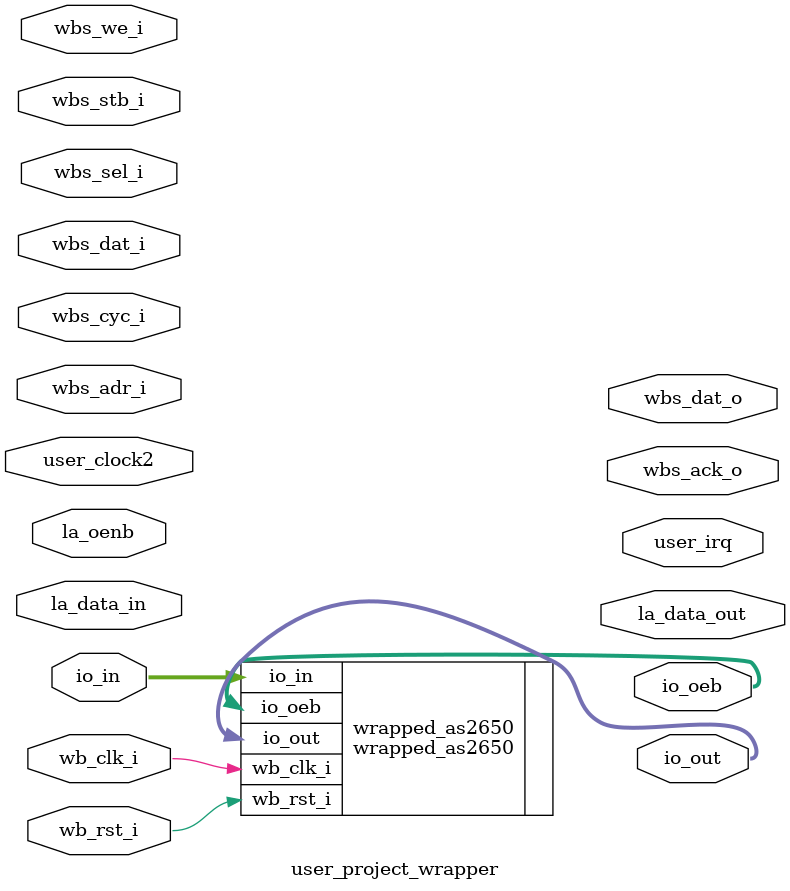
<source format=v>
module user_project_wrapper (user_clock2,
    wb_clk_i,
    wb_rst_i,
    wbs_ack_o,
    wbs_cyc_i,
    wbs_stb_i,
    wbs_we_i,
    io_in,
    io_oeb,
    io_out,
    la_data_in,
    la_data_out,
    la_oenb,
    user_irq,
    wbs_adr_i,
    wbs_dat_i,
    wbs_dat_o,
    wbs_sel_i);
 input user_clock2;
 input wb_clk_i;
 input wb_rst_i;
 output wbs_ack_o;
 input wbs_cyc_i;
 input wbs_stb_i;
 input wbs_we_i;
 input [37:0] io_in;
 output [37:0] io_oeb;
 output [37:0] io_out;
 input [63:0] la_data_in;
 output [63:0] la_data_out;
 input [63:0] la_oenb;
 output [2:0] user_irq;
 input [31:0] wbs_adr_i;
 input [31:0] wbs_dat_i;
 output [31:0] wbs_dat_o;
 input [3:0] wbs_sel_i;


 wrapped_as2650 wrapped_as2650 (.wb_clk_i(wb_clk_i),
    .wb_rst_i(wb_rst_i),
    .io_in({io_in[37],
    io_in[36],
    io_in[35],
    io_in[34],
    io_in[33],
    io_in[32],
    io_in[31],
    io_in[30],
    io_in[29],
    io_in[28],
    io_in[27],
    io_in[26],
    io_in[25],
    io_in[24],
    io_in[23],
    io_in[22],
    io_in[21],
    io_in[20],
    io_in[19],
    io_in[18],
    io_in[17],
    io_in[16],
    io_in[15],
    io_in[14],
    io_in[13],
    io_in[12],
    io_in[11],
    io_in[10],
    io_in[9],
    io_in[8],
    io_in[7],
    io_in[6],
    io_in[5],
    io_in[4],
    io_in[3],
    io_in[2],
    io_in[1],
    io_in[0]}),
    .io_oeb({io_oeb[37],
    io_oeb[36],
    io_oeb[35],
    io_oeb[34],
    io_oeb[33],
    io_oeb[32],
    io_oeb[31],
    io_oeb[30],
    io_oeb[29],
    io_oeb[28],
    io_oeb[27],
    io_oeb[26],
    io_oeb[25],
    io_oeb[24],
    io_oeb[23],
    io_oeb[22],
    io_oeb[21],
    io_oeb[20],
    io_oeb[19],
    io_oeb[18],
    io_oeb[17],
    io_oeb[16],
    io_oeb[15],
    io_oeb[14],
    io_oeb[13],
    io_oeb[12],
    io_oeb[11],
    io_oeb[10],
    io_oeb[9],
    io_oeb[8],
    io_oeb[7],
    io_oeb[6],
    io_oeb[5],
    io_oeb[4],
    io_oeb[3],
    io_oeb[2],
    io_oeb[1],
    io_oeb[0]}),
    .io_out({io_out[37],
    io_out[36],
    io_out[35],
    io_out[34],
    io_out[33],
    io_out[32],
    io_out[31],
    io_out[30],
    io_out[29],
    io_out[28],
    io_out[27],
    io_out[26],
    io_out[25],
    io_out[24],
    io_out[23],
    io_out[22],
    io_out[21],
    io_out[20],
    io_out[19],
    io_out[18],
    io_out[17],
    io_out[16],
    io_out[15],
    io_out[14],
    io_out[13],
    io_out[12],
    io_out[11],
    io_out[10],
    io_out[9],
    io_out[8],
    io_out[7],
    io_out[6],
    io_out[5],
    io_out[4],
    io_out[3],
    io_out[2],
    io_out[1],
    io_out[0]}));
endmodule


</source>
